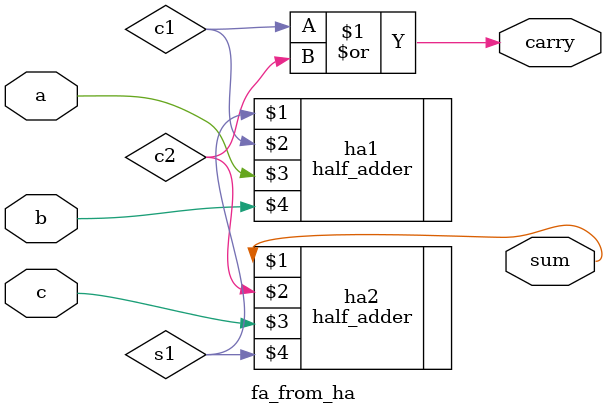
<source format=v>
module fa_from_ha(output carry,sum,input a,b,c);
	wire s1,c1,c2;
	half_adder ha1 (s1,c1,a,b);
	half_adder ha2(sum,c2,c,s1);
	or o1 (carry,c1,c2);
endmodule 
</source>
